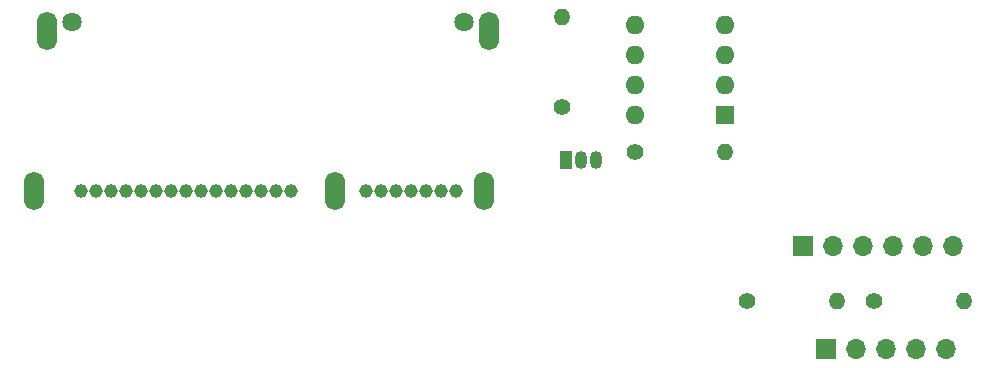
<source format=gts>
%TF.GenerationSoftware,KiCad,Pcbnew,7.0.8*%
%TF.CreationDate,2023-10-16T22:13:19+02:00*%
%TF.ProjectId,sata_caddy,73617461-5f63-4616-9464-792e6b696361,rev?*%
%TF.SameCoordinates,Original*%
%TF.FileFunction,Soldermask,Top*%
%TF.FilePolarity,Negative*%
%FSLAX46Y46*%
G04 Gerber Fmt 4.6, Leading zero omitted, Abs format (unit mm)*
G04 Created by KiCad (PCBNEW 7.0.8) date 2023-10-16 22:13:19*
%MOMM*%
%LPD*%
G01*
G04 APERTURE LIST*
%ADD10C,1.400000*%
%ADD11O,1.400000X1.400000*%
%ADD12R,1.700000X1.700000*%
%ADD13O,1.700000X1.700000*%
%ADD14R,1.050000X1.500000*%
%ADD15O,1.050000X1.500000*%
%ADD16R,1.600000X1.600000*%
%ADD17O,1.600000X1.600000*%
%ADD18C,1.152400*%
%ADD19O,1.697400X3.242400*%
%ADD20C,1.630000*%
G04 APERTURE END LIST*
D10*
%TO.C,R4*%
X68400000Y-43200000D03*
D11*
X76020000Y-43200000D03*
%TD*%
D12*
%TO.C,J1*%
X82650000Y-51175000D03*
D13*
X85190000Y-51175000D03*
X87730000Y-51175000D03*
X90270000Y-51175000D03*
X92810000Y-51175000D03*
X95350000Y-51175000D03*
%TD*%
D12*
%TO.C,J4*%
X84620000Y-59900000D03*
D13*
X87160000Y-59900000D03*
X89700000Y-59900000D03*
X92240000Y-59900000D03*
X94780000Y-59900000D03*
%TD*%
D10*
%TO.C,R1*%
X62200000Y-39420000D03*
D11*
X62200000Y-31800000D03*
%TD*%
D14*
%TO.C,Q1*%
X62560000Y-43900000D03*
D15*
X63830000Y-43900000D03*
X65100000Y-43900000D03*
%TD*%
D10*
%TO.C,R2*%
X88680000Y-55800000D03*
D11*
X96300000Y-55800000D03*
%TD*%
D10*
%TO.C,R3*%
X77890000Y-55800000D03*
D11*
X85510000Y-55800000D03*
%TD*%
D16*
%TO.C,U1*%
X76000000Y-40100000D03*
D17*
X76000000Y-37560000D03*
X76000000Y-35020000D03*
X76000000Y-32480000D03*
X68380000Y-32480000D03*
X68380000Y-35020000D03*
X68380000Y-37560000D03*
X68380000Y-40100000D03*
%TD*%
D18*
%TO.C,J3*%
X39270000Y-46500000D03*
X38000000Y-46500000D03*
X36730000Y-46500000D03*
X35460000Y-46500000D03*
X34190000Y-46500000D03*
X32920000Y-46500000D03*
X31650000Y-46500000D03*
X30380000Y-46500000D03*
X29110000Y-46500000D03*
X27840000Y-46500000D03*
X26570000Y-46500000D03*
X25300000Y-46500000D03*
X24030000Y-46500000D03*
X22760000Y-46500000D03*
X21490000Y-46500000D03*
X53240000Y-46500000D03*
X51970000Y-46500000D03*
X50700000Y-46500000D03*
X49430000Y-46500000D03*
X48160000Y-46500000D03*
X46890000Y-46500000D03*
X45620000Y-46500000D03*
D19*
X17515000Y-46500000D03*
X43045000Y-46500000D03*
X55615000Y-46500000D03*
%TD*%
D20*
%TO.C,J2*%
X20770000Y-32200000D03*
X53960000Y-32200000D03*
D19*
X18655000Y-32975000D03*
X56075000Y-32975000D03*
%TD*%
M02*

</source>
